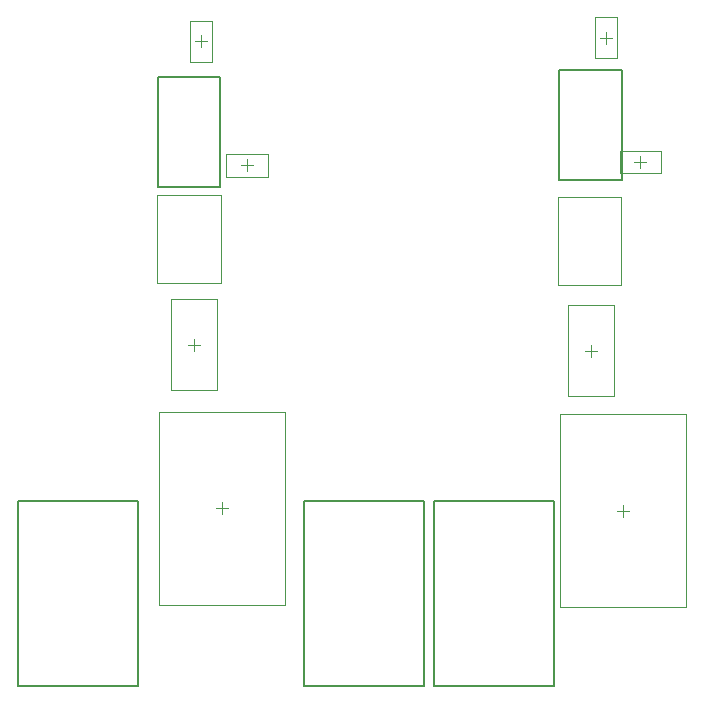
<source format=gbr>
%TF.GenerationSoftware,Altium Limited,Altium Designer,22.11.1 (43)*%
G04 Layer_Color=32768*
%FSLAX45Y45*%
%MOMM*%
%TF.SameCoordinates,F2FF868D-8EDF-4B6E-A412-4C3DA5591A8F*%
%TF.FilePolarity,Positive*%
%TF.FileFunction,Other,Top_Courtyard*%
%TF.Part,Single*%
G01*
G75*
%TA.AperFunction,NonConductor*%
%ADD38C,0.20000*%
%ADD42C,0.10000*%
%ADD54C,0.05000*%
D38*
X4775000Y5254844D02*
Y6185156D01*
X4245000Y5254844D02*
X4775000D01*
X4245000D02*
Y6185156D01*
X4775000D01*
X5481000Y1031000D02*
Y2597500D01*
Y1031000D02*
X6499000D01*
Y2597500D01*
X5481000D02*
X6499000D01*
X3061000D02*
X4079000D01*
Y1031000D02*
Y2597500D01*
X3061000Y1031000D02*
X4079000D01*
X3061000D02*
Y2597500D01*
X6581000Y1031000D02*
Y2597500D01*
Y1031000D02*
X7599000D01*
Y2597500D01*
X6581000D02*
X7599000D01*
X8173500Y5314844D02*
Y6245156D01*
X7643500Y5314844D02*
X8173500D01*
X7643500D02*
Y6245156D01*
X8173500D01*
D42*
X4786000Y2485000D02*
Y2585000D01*
X4736000Y2535000D02*
X4836000D01*
X8186000Y2465000D02*
Y2565000D01*
X8136000Y2515000D02*
X8236000D01*
X8330000Y5420000D02*
Y5520000D01*
X8280000Y5470000D02*
X8380000D01*
X8155000Y5565000D02*
X8505000D01*
X8155000Y5375000D02*
X8505000D01*
X8155000D02*
Y5565000D01*
X8505000Y5375000D02*
Y5565000D01*
X7910000Y3820000D02*
Y3920000D01*
X7860000Y3870000D02*
X7960000D01*
X5175000Y5345000D02*
Y5535000D01*
X4825000Y5345000D02*
Y5535000D01*
Y5345000D02*
X5175000D01*
X4825000Y5535000D02*
X5175000D01*
X4950000Y5440000D02*
X5050000D01*
X5000000Y5390000D02*
Y5490000D01*
X4550000Y3870000D02*
Y3970000D01*
X4500000Y3920000D02*
X4600000D01*
X7990000Y6520000D02*
X8090000D01*
X8040000Y6470000D02*
Y6570000D01*
X7945000Y6345000D02*
Y6695000D01*
X8135000Y6345000D02*
Y6695000D01*
X7945000Y6345000D02*
X8135000D01*
X7945000Y6695000D02*
X8135000D01*
X4560000Y6490000D02*
X4660000D01*
X4610000Y6440000D02*
Y6540000D01*
X4515000Y6315000D02*
Y6665000D01*
X4705000Y6315000D02*
Y6665000D01*
X4515000Y6315000D02*
X4705000D01*
X4515000Y6665000D02*
X4705000D01*
D54*
X4251500Y3355200D02*
X5320500D01*
X4251500Y1716000D02*
X5320500D01*
Y3355200D01*
X4251500Y1716000D02*
Y3355200D01*
X7651500Y3335200D02*
X8720500D01*
X7651500Y1696000D02*
X8720500D01*
Y3335200D01*
X7651500Y1696000D02*
Y3335200D01*
X7636000Y4427000D02*
X8171000D01*
X7636000Y5169000D02*
X8171000D01*
X7636000Y4427000D02*
Y5169000D01*
X8171000Y4427000D02*
Y5169000D01*
X7715000Y4255000D02*
X8105000D01*
X7715000Y3485000D02*
X8105000D01*
Y4255000D01*
X7715000Y3485000D02*
Y4255000D01*
X4242500Y4447000D02*
X4777500D01*
X4242500Y5189000D02*
X4777500D01*
X4242500Y4447000D02*
Y5189000D01*
X4777500Y4447000D02*
Y5189000D01*
X4355000Y4305000D02*
X4745000D01*
X4355000Y3535000D02*
X4745000D01*
Y4305000D01*
X4355000Y3535000D02*
Y4305000D01*
%TF.MD5,d91dfca5107844feb226b9ebb942cc0d*%
M02*

</source>
